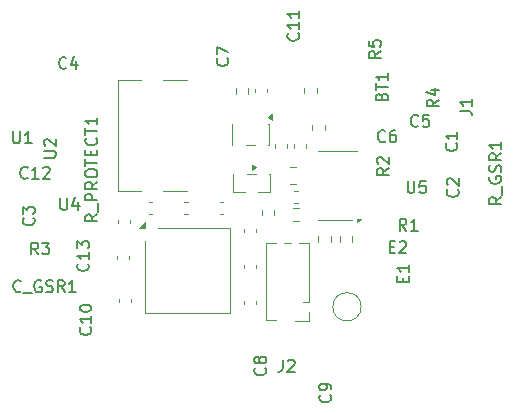
<source format=gto>
%TF.GenerationSoftware,KiCad,Pcbnew,9.0.6*%
%TF.CreationDate,2025-12-11T17:35:40-05:00*%
%TF.ProjectId,Flex Ring,466c6578-2052-4696-9e67-2e6b69636164,rev?*%
%TF.SameCoordinates,Original*%
%TF.FileFunction,Legend,Top*%
%TF.FilePolarity,Positive*%
%FSLAX46Y46*%
G04 Gerber Fmt 4.6, Leading zero omitted, Abs format (unit mm)*
G04 Created by KiCad (PCBNEW 9.0.6) date 2025-12-11 17:35:40*
%MOMM*%
%LPD*%
G01*
G04 APERTURE LIST*
%ADD10C,0.150000*%
%ADD11C,0.120000*%
G04 APERTURE END LIST*
D10*
X169559580Y-40942857D02*
X169607200Y-40990476D01*
X169607200Y-40990476D02*
X169654819Y-41133333D01*
X169654819Y-41133333D02*
X169654819Y-41228571D01*
X169654819Y-41228571D02*
X169607200Y-41371428D01*
X169607200Y-41371428D02*
X169511961Y-41466666D01*
X169511961Y-41466666D02*
X169416723Y-41514285D01*
X169416723Y-41514285D02*
X169226247Y-41561904D01*
X169226247Y-41561904D02*
X169083390Y-41561904D01*
X169083390Y-41561904D02*
X168892914Y-41514285D01*
X168892914Y-41514285D02*
X168797676Y-41466666D01*
X168797676Y-41466666D02*
X168702438Y-41371428D01*
X168702438Y-41371428D02*
X168654819Y-41228571D01*
X168654819Y-41228571D02*
X168654819Y-41133333D01*
X168654819Y-41133333D02*
X168702438Y-40990476D01*
X168702438Y-40990476D02*
X168750057Y-40942857D01*
X169654819Y-39990476D02*
X169654819Y-40561904D01*
X169654819Y-40276190D02*
X168654819Y-40276190D01*
X168654819Y-40276190D02*
X168797676Y-40371428D01*
X168797676Y-40371428D02*
X168892914Y-40466666D01*
X168892914Y-40466666D02*
X168940533Y-40561904D01*
X168654819Y-39371428D02*
X168654819Y-39276190D01*
X168654819Y-39276190D02*
X168702438Y-39180952D01*
X168702438Y-39180952D02*
X168750057Y-39133333D01*
X168750057Y-39133333D02*
X168845295Y-39085714D01*
X168845295Y-39085714D02*
X169035771Y-39038095D01*
X169035771Y-39038095D02*
X169273866Y-39038095D01*
X169273866Y-39038095D02*
X169464342Y-39085714D01*
X169464342Y-39085714D02*
X169559580Y-39133333D01*
X169559580Y-39133333D02*
X169607200Y-39180952D01*
X169607200Y-39180952D02*
X169654819Y-39276190D01*
X169654819Y-39276190D02*
X169654819Y-39371428D01*
X169654819Y-39371428D02*
X169607200Y-39466666D01*
X169607200Y-39466666D02*
X169559580Y-39514285D01*
X169559580Y-39514285D02*
X169464342Y-39561904D01*
X169464342Y-39561904D02*
X169273866Y-39609523D01*
X169273866Y-39609523D02*
X169035771Y-39609523D01*
X169035771Y-39609523D02*
X168845295Y-39561904D01*
X168845295Y-39561904D02*
X168750057Y-39514285D01*
X168750057Y-39514285D02*
X168702438Y-39466666D01*
X168702438Y-39466666D02*
X168654819Y-39371428D01*
X167038095Y-29992319D02*
X167038095Y-30801842D01*
X167038095Y-30801842D02*
X167085714Y-30897080D01*
X167085714Y-30897080D02*
X167133333Y-30944700D01*
X167133333Y-30944700D02*
X167228571Y-30992319D01*
X167228571Y-30992319D02*
X167419047Y-30992319D01*
X167419047Y-30992319D02*
X167514285Y-30944700D01*
X167514285Y-30944700D02*
X167561904Y-30897080D01*
X167561904Y-30897080D02*
X167609523Y-30801842D01*
X167609523Y-30801842D02*
X167609523Y-29992319D01*
X168514285Y-30325652D02*
X168514285Y-30992319D01*
X168276190Y-29944700D02*
X168038095Y-30658985D01*
X168038095Y-30658985D02*
X168657142Y-30658985D01*
X194231009Y-21385714D02*
X194278628Y-21242857D01*
X194278628Y-21242857D02*
X194326247Y-21195238D01*
X194326247Y-21195238D02*
X194421485Y-21147619D01*
X194421485Y-21147619D02*
X194564342Y-21147619D01*
X194564342Y-21147619D02*
X194659580Y-21195238D01*
X194659580Y-21195238D02*
X194707200Y-21242857D01*
X194707200Y-21242857D02*
X194754819Y-21338095D01*
X194754819Y-21338095D02*
X194754819Y-21719047D01*
X194754819Y-21719047D02*
X193754819Y-21719047D01*
X193754819Y-21719047D02*
X193754819Y-21385714D01*
X193754819Y-21385714D02*
X193802438Y-21290476D01*
X193802438Y-21290476D02*
X193850057Y-21242857D01*
X193850057Y-21242857D02*
X193945295Y-21195238D01*
X193945295Y-21195238D02*
X194040533Y-21195238D01*
X194040533Y-21195238D02*
X194135771Y-21242857D01*
X194135771Y-21242857D02*
X194183390Y-21290476D01*
X194183390Y-21290476D02*
X194231009Y-21385714D01*
X194231009Y-21385714D02*
X194231009Y-21719047D01*
X193754819Y-20861904D02*
X193754819Y-20290476D01*
X194754819Y-20576190D02*
X193754819Y-20576190D01*
X194754819Y-19433333D02*
X194754819Y-20004761D01*
X194754819Y-19719047D02*
X193754819Y-19719047D01*
X193754819Y-19719047D02*
X193897676Y-19814285D01*
X193897676Y-19814285D02*
X193992914Y-19909523D01*
X193992914Y-19909523D02*
X194040533Y-20004761D01*
X200559580Y-25366666D02*
X200607200Y-25414285D01*
X200607200Y-25414285D02*
X200654819Y-25557142D01*
X200654819Y-25557142D02*
X200654819Y-25652380D01*
X200654819Y-25652380D02*
X200607200Y-25795237D01*
X200607200Y-25795237D02*
X200511961Y-25890475D01*
X200511961Y-25890475D02*
X200416723Y-25938094D01*
X200416723Y-25938094D02*
X200226247Y-25985713D01*
X200226247Y-25985713D02*
X200083390Y-25985713D01*
X200083390Y-25985713D02*
X199892914Y-25938094D01*
X199892914Y-25938094D02*
X199797676Y-25890475D01*
X199797676Y-25890475D02*
X199702438Y-25795237D01*
X199702438Y-25795237D02*
X199654819Y-25652380D01*
X199654819Y-25652380D02*
X199654819Y-25557142D01*
X199654819Y-25557142D02*
X199702438Y-25414285D01*
X199702438Y-25414285D02*
X199750057Y-25366666D01*
X200654819Y-24414285D02*
X200654819Y-24985713D01*
X200654819Y-24699999D02*
X199654819Y-24699999D01*
X199654819Y-24699999D02*
X199797676Y-24795237D01*
X199797676Y-24795237D02*
X199892914Y-24890475D01*
X199892914Y-24890475D02*
X199940533Y-24985713D01*
X200864819Y-22613333D02*
X201579104Y-22613333D01*
X201579104Y-22613333D02*
X201721961Y-22660952D01*
X201721961Y-22660952D02*
X201817200Y-22756190D01*
X201817200Y-22756190D02*
X201864819Y-22899047D01*
X201864819Y-22899047D02*
X201864819Y-22994285D01*
X201864819Y-21613333D02*
X201864819Y-22184761D01*
X201864819Y-21899047D02*
X200864819Y-21899047D01*
X200864819Y-21899047D02*
X201007676Y-21994285D01*
X201007676Y-21994285D02*
X201102914Y-22089523D01*
X201102914Y-22089523D02*
X201150533Y-22184761D01*
X163038095Y-24354819D02*
X163038095Y-25164342D01*
X163038095Y-25164342D02*
X163085714Y-25259580D01*
X163085714Y-25259580D02*
X163133333Y-25307200D01*
X163133333Y-25307200D02*
X163228571Y-25354819D01*
X163228571Y-25354819D02*
X163419047Y-25354819D01*
X163419047Y-25354819D02*
X163514285Y-25307200D01*
X163514285Y-25307200D02*
X163561904Y-25259580D01*
X163561904Y-25259580D02*
X163609523Y-25164342D01*
X163609523Y-25164342D02*
X163609523Y-24354819D01*
X164609523Y-25354819D02*
X164038095Y-25354819D01*
X164323809Y-25354819D02*
X164323809Y-24354819D01*
X164323809Y-24354819D02*
X164228571Y-24497676D01*
X164228571Y-24497676D02*
X164133333Y-24592914D01*
X164133333Y-24592914D02*
X164038095Y-24640533D01*
X165654819Y-26561904D02*
X166464342Y-26561904D01*
X166464342Y-26561904D02*
X166559580Y-26514285D01*
X166559580Y-26514285D02*
X166607200Y-26466666D01*
X166607200Y-26466666D02*
X166654819Y-26371428D01*
X166654819Y-26371428D02*
X166654819Y-26180952D01*
X166654819Y-26180952D02*
X166607200Y-26085714D01*
X166607200Y-26085714D02*
X166559580Y-26038095D01*
X166559580Y-26038095D02*
X166464342Y-25990476D01*
X166464342Y-25990476D02*
X165654819Y-25990476D01*
X165750057Y-25561904D02*
X165702438Y-25514285D01*
X165702438Y-25514285D02*
X165654819Y-25419047D01*
X165654819Y-25419047D02*
X165654819Y-25180952D01*
X165654819Y-25180952D02*
X165702438Y-25085714D01*
X165702438Y-25085714D02*
X165750057Y-25038095D01*
X165750057Y-25038095D02*
X165845295Y-24990476D01*
X165845295Y-24990476D02*
X165940533Y-24990476D01*
X165940533Y-24990476D02*
X166083390Y-25038095D01*
X166083390Y-25038095D02*
X166654819Y-25609523D01*
X166654819Y-25609523D02*
X166654819Y-24990476D01*
X196031009Y-37090475D02*
X196031009Y-36757142D01*
X196554819Y-36614285D02*
X196554819Y-37090475D01*
X196554819Y-37090475D02*
X195554819Y-37090475D01*
X195554819Y-37090475D02*
X195554819Y-36614285D01*
X196554819Y-35661904D02*
X196554819Y-36233332D01*
X196554819Y-35947618D02*
X195554819Y-35947618D01*
X195554819Y-35947618D02*
X195697676Y-36042856D01*
X195697676Y-36042856D02*
X195792914Y-36138094D01*
X195792914Y-36138094D02*
X195840533Y-36233332D01*
X194909524Y-34131009D02*
X195242857Y-34131009D01*
X195385714Y-34654819D02*
X194909524Y-34654819D01*
X194909524Y-34654819D02*
X194909524Y-33654819D01*
X194909524Y-33654819D02*
X195385714Y-33654819D01*
X195766667Y-33750057D02*
X195814286Y-33702438D01*
X195814286Y-33702438D02*
X195909524Y-33654819D01*
X195909524Y-33654819D02*
X196147619Y-33654819D01*
X196147619Y-33654819D02*
X196242857Y-33702438D01*
X196242857Y-33702438D02*
X196290476Y-33750057D01*
X196290476Y-33750057D02*
X196338095Y-33845295D01*
X196338095Y-33845295D02*
X196338095Y-33940533D01*
X196338095Y-33940533D02*
X196290476Y-34083390D01*
X196290476Y-34083390D02*
X195719048Y-34654819D01*
X195719048Y-34654819D02*
X196338095Y-34654819D01*
X164257142Y-28259580D02*
X164209523Y-28307200D01*
X164209523Y-28307200D02*
X164066666Y-28354819D01*
X164066666Y-28354819D02*
X163971428Y-28354819D01*
X163971428Y-28354819D02*
X163828571Y-28307200D01*
X163828571Y-28307200D02*
X163733333Y-28211961D01*
X163733333Y-28211961D02*
X163685714Y-28116723D01*
X163685714Y-28116723D02*
X163638095Y-27926247D01*
X163638095Y-27926247D02*
X163638095Y-27783390D01*
X163638095Y-27783390D02*
X163685714Y-27592914D01*
X163685714Y-27592914D02*
X163733333Y-27497676D01*
X163733333Y-27497676D02*
X163828571Y-27402438D01*
X163828571Y-27402438D02*
X163971428Y-27354819D01*
X163971428Y-27354819D02*
X164066666Y-27354819D01*
X164066666Y-27354819D02*
X164209523Y-27402438D01*
X164209523Y-27402438D02*
X164257142Y-27450057D01*
X165209523Y-28354819D02*
X164638095Y-28354819D01*
X164923809Y-28354819D02*
X164923809Y-27354819D01*
X164923809Y-27354819D02*
X164828571Y-27497676D01*
X164828571Y-27497676D02*
X164733333Y-27592914D01*
X164733333Y-27592914D02*
X164638095Y-27640533D01*
X165590476Y-27450057D02*
X165638095Y-27402438D01*
X165638095Y-27402438D02*
X165733333Y-27354819D01*
X165733333Y-27354819D02*
X165971428Y-27354819D01*
X165971428Y-27354819D02*
X166066666Y-27402438D01*
X166066666Y-27402438D02*
X166114285Y-27450057D01*
X166114285Y-27450057D02*
X166161904Y-27545295D01*
X166161904Y-27545295D02*
X166161904Y-27640533D01*
X166161904Y-27640533D02*
X166114285Y-27783390D01*
X166114285Y-27783390D02*
X165542857Y-28354819D01*
X165542857Y-28354819D02*
X166161904Y-28354819D01*
X197333333Y-23859580D02*
X197285714Y-23907200D01*
X197285714Y-23907200D02*
X197142857Y-23954819D01*
X197142857Y-23954819D02*
X197047619Y-23954819D01*
X197047619Y-23954819D02*
X196904762Y-23907200D01*
X196904762Y-23907200D02*
X196809524Y-23811961D01*
X196809524Y-23811961D02*
X196761905Y-23716723D01*
X196761905Y-23716723D02*
X196714286Y-23526247D01*
X196714286Y-23526247D02*
X196714286Y-23383390D01*
X196714286Y-23383390D02*
X196761905Y-23192914D01*
X196761905Y-23192914D02*
X196809524Y-23097676D01*
X196809524Y-23097676D02*
X196904762Y-23002438D01*
X196904762Y-23002438D02*
X197047619Y-22954819D01*
X197047619Y-22954819D02*
X197142857Y-22954819D01*
X197142857Y-22954819D02*
X197285714Y-23002438D01*
X197285714Y-23002438D02*
X197333333Y-23050057D01*
X198238095Y-22954819D02*
X197761905Y-22954819D01*
X197761905Y-22954819D02*
X197714286Y-23431009D01*
X197714286Y-23431009D02*
X197761905Y-23383390D01*
X197761905Y-23383390D02*
X197857143Y-23335771D01*
X197857143Y-23335771D02*
X198095238Y-23335771D01*
X198095238Y-23335771D02*
X198190476Y-23383390D01*
X198190476Y-23383390D02*
X198238095Y-23431009D01*
X198238095Y-23431009D02*
X198285714Y-23526247D01*
X198285714Y-23526247D02*
X198285714Y-23764342D01*
X198285714Y-23764342D02*
X198238095Y-23859580D01*
X198238095Y-23859580D02*
X198190476Y-23907200D01*
X198190476Y-23907200D02*
X198095238Y-23954819D01*
X198095238Y-23954819D02*
X197857143Y-23954819D01*
X197857143Y-23954819D02*
X197761905Y-23907200D01*
X197761905Y-23907200D02*
X197714286Y-23859580D01*
X194533333Y-25159580D02*
X194485714Y-25207200D01*
X194485714Y-25207200D02*
X194342857Y-25254819D01*
X194342857Y-25254819D02*
X194247619Y-25254819D01*
X194247619Y-25254819D02*
X194104762Y-25207200D01*
X194104762Y-25207200D02*
X194009524Y-25111961D01*
X194009524Y-25111961D02*
X193961905Y-25016723D01*
X193961905Y-25016723D02*
X193914286Y-24826247D01*
X193914286Y-24826247D02*
X193914286Y-24683390D01*
X193914286Y-24683390D02*
X193961905Y-24492914D01*
X193961905Y-24492914D02*
X194009524Y-24397676D01*
X194009524Y-24397676D02*
X194104762Y-24302438D01*
X194104762Y-24302438D02*
X194247619Y-24254819D01*
X194247619Y-24254819D02*
X194342857Y-24254819D01*
X194342857Y-24254819D02*
X194485714Y-24302438D01*
X194485714Y-24302438D02*
X194533333Y-24350057D01*
X195390476Y-24254819D02*
X195200000Y-24254819D01*
X195200000Y-24254819D02*
X195104762Y-24302438D01*
X195104762Y-24302438D02*
X195057143Y-24350057D01*
X195057143Y-24350057D02*
X194961905Y-24492914D01*
X194961905Y-24492914D02*
X194914286Y-24683390D01*
X194914286Y-24683390D02*
X194914286Y-25064342D01*
X194914286Y-25064342D02*
X194961905Y-25159580D01*
X194961905Y-25159580D02*
X195009524Y-25207200D01*
X195009524Y-25207200D02*
X195104762Y-25254819D01*
X195104762Y-25254819D02*
X195295238Y-25254819D01*
X195295238Y-25254819D02*
X195390476Y-25207200D01*
X195390476Y-25207200D02*
X195438095Y-25159580D01*
X195438095Y-25159580D02*
X195485714Y-25064342D01*
X195485714Y-25064342D02*
X195485714Y-24826247D01*
X195485714Y-24826247D02*
X195438095Y-24731009D01*
X195438095Y-24731009D02*
X195390476Y-24683390D01*
X195390476Y-24683390D02*
X195295238Y-24635771D01*
X195295238Y-24635771D02*
X195104762Y-24635771D01*
X195104762Y-24635771D02*
X195009524Y-24683390D01*
X195009524Y-24683390D02*
X194961905Y-24731009D01*
X194961905Y-24731009D02*
X194914286Y-24826247D01*
X196438095Y-28554819D02*
X196438095Y-29364342D01*
X196438095Y-29364342D02*
X196485714Y-29459580D01*
X196485714Y-29459580D02*
X196533333Y-29507200D01*
X196533333Y-29507200D02*
X196628571Y-29554819D01*
X196628571Y-29554819D02*
X196819047Y-29554819D01*
X196819047Y-29554819D02*
X196914285Y-29507200D01*
X196914285Y-29507200D02*
X196961904Y-29459580D01*
X196961904Y-29459580D02*
X197009523Y-29364342D01*
X197009523Y-29364342D02*
X197009523Y-28554819D01*
X197961904Y-28554819D02*
X197485714Y-28554819D01*
X197485714Y-28554819D02*
X197438095Y-29031009D01*
X197438095Y-29031009D02*
X197485714Y-28983390D01*
X197485714Y-28983390D02*
X197580952Y-28935771D01*
X197580952Y-28935771D02*
X197819047Y-28935771D01*
X197819047Y-28935771D02*
X197914285Y-28983390D01*
X197914285Y-28983390D02*
X197961904Y-29031009D01*
X197961904Y-29031009D02*
X198009523Y-29126247D01*
X198009523Y-29126247D02*
X198009523Y-29364342D01*
X198009523Y-29364342D02*
X197961904Y-29459580D01*
X197961904Y-29459580D02*
X197914285Y-29507200D01*
X197914285Y-29507200D02*
X197819047Y-29554819D01*
X197819047Y-29554819D02*
X197580952Y-29554819D01*
X197580952Y-29554819D02*
X197485714Y-29507200D01*
X197485714Y-29507200D02*
X197438095Y-29459580D01*
X165158333Y-34772319D02*
X164825000Y-34296128D01*
X164586905Y-34772319D02*
X164586905Y-33772319D01*
X164586905Y-33772319D02*
X164967857Y-33772319D01*
X164967857Y-33772319D02*
X165063095Y-33819938D01*
X165063095Y-33819938D02*
X165110714Y-33867557D01*
X165110714Y-33867557D02*
X165158333Y-33962795D01*
X165158333Y-33962795D02*
X165158333Y-34105652D01*
X165158333Y-34105652D02*
X165110714Y-34200890D01*
X165110714Y-34200890D02*
X165063095Y-34248509D01*
X165063095Y-34248509D02*
X164967857Y-34296128D01*
X164967857Y-34296128D02*
X164586905Y-34296128D01*
X165491667Y-33772319D02*
X166110714Y-33772319D01*
X166110714Y-33772319D02*
X165777381Y-34153271D01*
X165777381Y-34153271D02*
X165920238Y-34153271D01*
X165920238Y-34153271D02*
X166015476Y-34200890D01*
X166015476Y-34200890D02*
X166063095Y-34248509D01*
X166063095Y-34248509D02*
X166110714Y-34343747D01*
X166110714Y-34343747D02*
X166110714Y-34581842D01*
X166110714Y-34581842D02*
X166063095Y-34677080D01*
X166063095Y-34677080D02*
X166015476Y-34724700D01*
X166015476Y-34724700D02*
X165920238Y-34772319D01*
X165920238Y-34772319D02*
X165634524Y-34772319D01*
X165634524Y-34772319D02*
X165539286Y-34724700D01*
X165539286Y-34724700D02*
X165491667Y-34677080D01*
X170154819Y-31385714D02*
X169678628Y-31719047D01*
X170154819Y-31957142D02*
X169154819Y-31957142D01*
X169154819Y-31957142D02*
X169154819Y-31576190D01*
X169154819Y-31576190D02*
X169202438Y-31480952D01*
X169202438Y-31480952D02*
X169250057Y-31433333D01*
X169250057Y-31433333D02*
X169345295Y-31385714D01*
X169345295Y-31385714D02*
X169488152Y-31385714D01*
X169488152Y-31385714D02*
X169583390Y-31433333D01*
X169583390Y-31433333D02*
X169631009Y-31480952D01*
X169631009Y-31480952D02*
X169678628Y-31576190D01*
X169678628Y-31576190D02*
X169678628Y-31957142D01*
X170250057Y-31195238D02*
X170250057Y-30433333D01*
X170154819Y-30195237D02*
X169154819Y-30195237D01*
X169154819Y-30195237D02*
X169154819Y-29814285D01*
X169154819Y-29814285D02*
X169202438Y-29719047D01*
X169202438Y-29719047D02*
X169250057Y-29671428D01*
X169250057Y-29671428D02*
X169345295Y-29623809D01*
X169345295Y-29623809D02*
X169488152Y-29623809D01*
X169488152Y-29623809D02*
X169583390Y-29671428D01*
X169583390Y-29671428D02*
X169631009Y-29719047D01*
X169631009Y-29719047D02*
X169678628Y-29814285D01*
X169678628Y-29814285D02*
X169678628Y-30195237D01*
X170154819Y-28623809D02*
X169678628Y-28957142D01*
X170154819Y-29195237D02*
X169154819Y-29195237D01*
X169154819Y-29195237D02*
X169154819Y-28814285D01*
X169154819Y-28814285D02*
X169202438Y-28719047D01*
X169202438Y-28719047D02*
X169250057Y-28671428D01*
X169250057Y-28671428D02*
X169345295Y-28623809D01*
X169345295Y-28623809D02*
X169488152Y-28623809D01*
X169488152Y-28623809D02*
X169583390Y-28671428D01*
X169583390Y-28671428D02*
X169631009Y-28719047D01*
X169631009Y-28719047D02*
X169678628Y-28814285D01*
X169678628Y-28814285D02*
X169678628Y-29195237D01*
X169154819Y-28004761D02*
X169154819Y-27814285D01*
X169154819Y-27814285D02*
X169202438Y-27719047D01*
X169202438Y-27719047D02*
X169297676Y-27623809D01*
X169297676Y-27623809D02*
X169488152Y-27576190D01*
X169488152Y-27576190D02*
X169821485Y-27576190D01*
X169821485Y-27576190D02*
X170011961Y-27623809D01*
X170011961Y-27623809D02*
X170107200Y-27719047D01*
X170107200Y-27719047D02*
X170154819Y-27814285D01*
X170154819Y-27814285D02*
X170154819Y-28004761D01*
X170154819Y-28004761D02*
X170107200Y-28099999D01*
X170107200Y-28099999D02*
X170011961Y-28195237D01*
X170011961Y-28195237D02*
X169821485Y-28242856D01*
X169821485Y-28242856D02*
X169488152Y-28242856D01*
X169488152Y-28242856D02*
X169297676Y-28195237D01*
X169297676Y-28195237D02*
X169202438Y-28099999D01*
X169202438Y-28099999D02*
X169154819Y-28004761D01*
X169154819Y-27290475D02*
X169154819Y-26719047D01*
X170154819Y-27004761D02*
X169154819Y-27004761D01*
X169631009Y-26385713D02*
X169631009Y-26052380D01*
X170154819Y-25909523D02*
X170154819Y-26385713D01*
X170154819Y-26385713D02*
X169154819Y-26385713D01*
X169154819Y-26385713D02*
X169154819Y-25909523D01*
X170059580Y-24909523D02*
X170107200Y-24957142D01*
X170107200Y-24957142D02*
X170154819Y-25099999D01*
X170154819Y-25099999D02*
X170154819Y-25195237D01*
X170154819Y-25195237D02*
X170107200Y-25338094D01*
X170107200Y-25338094D02*
X170011961Y-25433332D01*
X170011961Y-25433332D02*
X169916723Y-25480951D01*
X169916723Y-25480951D02*
X169726247Y-25528570D01*
X169726247Y-25528570D02*
X169583390Y-25528570D01*
X169583390Y-25528570D02*
X169392914Y-25480951D01*
X169392914Y-25480951D02*
X169297676Y-25433332D01*
X169297676Y-25433332D02*
X169202438Y-25338094D01*
X169202438Y-25338094D02*
X169154819Y-25195237D01*
X169154819Y-25195237D02*
X169154819Y-25099999D01*
X169154819Y-25099999D02*
X169202438Y-24957142D01*
X169202438Y-24957142D02*
X169250057Y-24909523D01*
X169154819Y-24623808D02*
X169154819Y-24052380D01*
X170154819Y-24338094D02*
X169154819Y-24338094D01*
X170154819Y-23195237D02*
X170154819Y-23766665D01*
X170154819Y-23480951D02*
X169154819Y-23480951D01*
X169154819Y-23480951D02*
X169297676Y-23576189D01*
X169297676Y-23576189D02*
X169392914Y-23671427D01*
X169392914Y-23671427D02*
X169440533Y-23766665D01*
X204354819Y-29923809D02*
X203878628Y-30257142D01*
X204354819Y-30495237D02*
X203354819Y-30495237D01*
X203354819Y-30495237D02*
X203354819Y-30114285D01*
X203354819Y-30114285D02*
X203402438Y-30019047D01*
X203402438Y-30019047D02*
X203450057Y-29971428D01*
X203450057Y-29971428D02*
X203545295Y-29923809D01*
X203545295Y-29923809D02*
X203688152Y-29923809D01*
X203688152Y-29923809D02*
X203783390Y-29971428D01*
X203783390Y-29971428D02*
X203831009Y-30019047D01*
X203831009Y-30019047D02*
X203878628Y-30114285D01*
X203878628Y-30114285D02*
X203878628Y-30495237D01*
X204450057Y-29733333D02*
X204450057Y-28971428D01*
X203402438Y-28209523D02*
X203354819Y-28304761D01*
X203354819Y-28304761D02*
X203354819Y-28447618D01*
X203354819Y-28447618D02*
X203402438Y-28590475D01*
X203402438Y-28590475D02*
X203497676Y-28685713D01*
X203497676Y-28685713D02*
X203592914Y-28733332D01*
X203592914Y-28733332D02*
X203783390Y-28780951D01*
X203783390Y-28780951D02*
X203926247Y-28780951D01*
X203926247Y-28780951D02*
X204116723Y-28733332D01*
X204116723Y-28733332D02*
X204211961Y-28685713D01*
X204211961Y-28685713D02*
X204307200Y-28590475D01*
X204307200Y-28590475D02*
X204354819Y-28447618D01*
X204354819Y-28447618D02*
X204354819Y-28352380D01*
X204354819Y-28352380D02*
X204307200Y-28209523D01*
X204307200Y-28209523D02*
X204259580Y-28161904D01*
X204259580Y-28161904D02*
X203926247Y-28161904D01*
X203926247Y-28161904D02*
X203926247Y-28352380D01*
X204307200Y-27780951D02*
X204354819Y-27638094D01*
X204354819Y-27638094D02*
X204354819Y-27399999D01*
X204354819Y-27399999D02*
X204307200Y-27304761D01*
X204307200Y-27304761D02*
X204259580Y-27257142D01*
X204259580Y-27257142D02*
X204164342Y-27209523D01*
X204164342Y-27209523D02*
X204069104Y-27209523D01*
X204069104Y-27209523D02*
X203973866Y-27257142D01*
X203973866Y-27257142D02*
X203926247Y-27304761D01*
X203926247Y-27304761D02*
X203878628Y-27399999D01*
X203878628Y-27399999D02*
X203831009Y-27590475D01*
X203831009Y-27590475D02*
X203783390Y-27685713D01*
X203783390Y-27685713D02*
X203735771Y-27733332D01*
X203735771Y-27733332D02*
X203640533Y-27780951D01*
X203640533Y-27780951D02*
X203545295Y-27780951D01*
X203545295Y-27780951D02*
X203450057Y-27733332D01*
X203450057Y-27733332D02*
X203402438Y-27685713D01*
X203402438Y-27685713D02*
X203354819Y-27590475D01*
X203354819Y-27590475D02*
X203354819Y-27352380D01*
X203354819Y-27352380D02*
X203402438Y-27209523D01*
X204354819Y-26209523D02*
X203878628Y-26542856D01*
X204354819Y-26780951D02*
X203354819Y-26780951D01*
X203354819Y-26780951D02*
X203354819Y-26399999D01*
X203354819Y-26399999D02*
X203402438Y-26304761D01*
X203402438Y-26304761D02*
X203450057Y-26257142D01*
X203450057Y-26257142D02*
X203545295Y-26209523D01*
X203545295Y-26209523D02*
X203688152Y-26209523D01*
X203688152Y-26209523D02*
X203783390Y-26257142D01*
X203783390Y-26257142D02*
X203831009Y-26304761D01*
X203831009Y-26304761D02*
X203878628Y-26399999D01*
X203878628Y-26399999D02*
X203878628Y-26780951D01*
X204354819Y-25257142D02*
X204354819Y-25828570D01*
X204354819Y-25542856D02*
X203354819Y-25542856D01*
X203354819Y-25542856D02*
X203497676Y-25638094D01*
X203497676Y-25638094D02*
X203592914Y-25733332D01*
X203592914Y-25733332D02*
X203640533Y-25828570D01*
X163676190Y-37859580D02*
X163628571Y-37907200D01*
X163628571Y-37907200D02*
X163485714Y-37954819D01*
X163485714Y-37954819D02*
X163390476Y-37954819D01*
X163390476Y-37954819D02*
X163247619Y-37907200D01*
X163247619Y-37907200D02*
X163152381Y-37811961D01*
X163152381Y-37811961D02*
X163104762Y-37716723D01*
X163104762Y-37716723D02*
X163057143Y-37526247D01*
X163057143Y-37526247D02*
X163057143Y-37383390D01*
X163057143Y-37383390D02*
X163104762Y-37192914D01*
X163104762Y-37192914D02*
X163152381Y-37097676D01*
X163152381Y-37097676D02*
X163247619Y-37002438D01*
X163247619Y-37002438D02*
X163390476Y-36954819D01*
X163390476Y-36954819D02*
X163485714Y-36954819D01*
X163485714Y-36954819D02*
X163628571Y-37002438D01*
X163628571Y-37002438D02*
X163676190Y-37050057D01*
X163866667Y-38050057D02*
X164628571Y-38050057D01*
X165390476Y-37002438D02*
X165295238Y-36954819D01*
X165295238Y-36954819D02*
X165152381Y-36954819D01*
X165152381Y-36954819D02*
X165009524Y-37002438D01*
X165009524Y-37002438D02*
X164914286Y-37097676D01*
X164914286Y-37097676D02*
X164866667Y-37192914D01*
X164866667Y-37192914D02*
X164819048Y-37383390D01*
X164819048Y-37383390D02*
X164819048Y-37526247D01*
X164819048Y-37526247D02*
X164866667Y-37716723D01*
X164866667Y-37716723D02*
X164914286Y-37811961D01*
X164914286Y-37811961D02*
X165009524Y-37907200D01*
X165009524Y-37907200D02*
X165152381Y-37954819D01*
X165152381Y-37954819D02*
X165247619Y-37954819D01*
X165247619Y-37954819D02*
X165390476Y-37907200D01*
X165390476Y-37907200D02*
X165438095Y-37859580D01*
X165438095Y-37859580D02*
X165438095Y-37526247D01*
X165438095Y-37526247D02*
X165247619Y-37526247D01*
X165819048Y-37907200D02*
X165961905Y-37954819D01*
X165961905Y-37954819D02*
X166200000Y-37954819D01*
X166200000Y-37954819D02*
X166295238Y-37907200D01*
X166295238Y-37907200D02*
X166342857Y-37859580D01*
X166342857Y-37859580D02*
X166390476Y-37764342D01*
X166390476Y-37764342D02*
X166390476Y-37669104D01*
X166390476Y-37669104D02*
X166342857Y-37573866D01*
X166342857Y-37573866D02*
X166295238Y-37526247D01*
X166295238Y-37526247D02*
X166200000Y-37478628D01*
X166200000Y-37478628D02*
X166009524Y-37431009D01*
X166009524Y-37431009D02*
X165914286Y-37383390D01*
X165914286Y-37383390D02*
X165866667Y-37335771D01*
X165866667Y-37335771D02*
X165819048Y-37240533D01*
X165819048Y-37240533D02*
X165819048Y-37145295D01*
X165819048Y-37145295D02*
X165866667Y-37050057D01*
X165866667Y-37050057D02*
X165914286Y-37002438D01*
X165914286Y-37002438D02*
X166009524Y-36954819D01*
X166009524Y-36954819D02*
X166247619Y-36954819D01*
X166247619Y-36954819D02*
X166390476Y-37002438D01*
X167390476Y-37954819D02*
X167057143Y-37478628D01*
X166819048Y-37954819D02*
X166819048Y-36954819D01*
X166819048Y-36954819D02*
X167200000Y-36954819D01*
X167200000Y-36954819D02*
X167295238Y-37002438D01*
X167295238Y-37002438D02*
X167342857Y-37050057D01*
X167342857Y-37050057D02*
X167390476Y-37145295D01*
X167390476Y-37145295D02*
X167390476Y-37288152D01*
X167390476Y-37288152D02*
X167342857Y-37383390D01*
X167342857Y-37383390D02*
X167295238Y-37431009D01*
X167295238Y-37431009D02*
X167200000Y-37478628D01*
X167200000Y-37478628D02*
X166819048Y-37478628D01*
X168342857Y-37954819D02*
X167771429Y-37954819D01*
X168057143Y-37954819D02*
X168057143Y-36954819D01*
X168057143Y-36954819D02*
X167961905Y-37097676D01*
X167961905Y-37097676D02*
X167866667Y-37192914D01*
X167866667Y-37192914D02*
X167771429Y-37240533D01*
X194154819Y-17566666D02*
X193678628Y-17899999D01*
X194154819Y-18138094D02*
X193154819Y-18138094D01*
X193154819Y-18138094D02*
X193154819Y-17757142D01*
X193154819Y-17757142D02*
X193202438Y-17661904D01*
X193202438Y-17661904D02*
X193250057Y-17614285D01*
X193250057Y-17614285D02*
X193345295Y-17566666D01*
X193345295Y-17566666D02*
X193488152Y-17566666D01*
X193488152Y-17566666D02*
X193583390Y-17614285D01*
X193583390Y-17614285D02*
X193631009Y-17661904D01*
X193631009Y-17661904D02*
X193678628Y-17757142D01*
X193678628Y-17757142D02*
X193678628Y-18138094D01*
X193154819Y-16661904D02*
X193154819Y-17138094D01*
X193154819Y-17138094D02*
X193631009Y-17185713D01*
X193631009Y-17185713D02*
X193583390Y-17138094D01*
X193583390Y-17138094D02*
X193535771Y-17042856D01*
X193535771Y-17042856D02*
X193535771Y-16804761D01*
X193535771Y-16804761D02*
X193583390Y-16709523D01*
X193583390Y-16709523D02*
X193631009Y-16661904D01*
X193631009Y-16661904D02*
X193726247Y-16614285D01*
X193726247Y-16614285D02*
X193964342Y-16614285D01*
X193964342Y-16614285D02*
X194059580Y-16661904D01*
X194059580Y-16661904D02*
X194107200Y-16709523D01*
X194107200Y-16709523D02*
X194154819Y-16804761D01*
X194154819Y-16804761D02*
X194154819Y-17042856D01*
X194154819Y-17042856D02*
X194107200Y-17138094D01*
X194107200Y-17138094D02*
X194059580Y-17185713D01*
X199054819Y-21666666D02*
X198578628Y-21999999D01*
X199054819Y-22238094D02*
X198054819Y-22238094D01*
X198054819Y-22238094D02*
X198054819Y-21857142D01*
X198054819Y-21857142D02*
X198102438Y-21761904D01*
X198102438Y-21761904D02*
X198150057Y-21714285D01*
X198150057Y-21714285D02*
X198245295Y-21666666D01*
X198245295Y-21666666D02*
X198388152Y-21666666D01*
X198388152Y-21666666D02*
X198483390Y-21714285D01*
X198483390Y-21714285D02*
X198531009Y-21761904D01*
X198531009Y-21761904D02*
X198578628Y-21857142D01*
X198578628Y-21857142D02*
X198578628Y-22238094D01*
X198388152Y-20809523D02*
X199054819Y-20809523D01*
X198007200Y-21047618D02*
X198721485Y-21285713D01*
X198721485Y-21285713D02*
X198721485Y-20666666D01*
X194854819Y-27466666D02*
X194378628Y-27799999D01*
X194854819Y-28038094D02*
X193854819Y-28038094D01*
X193854819Y-28038094D02*
X193854819Y-27657142D01*
X193854819Y-27657142D02*
X193902438Y-27561904D01*
X193902438Y-27561904D02*
X193950057Y-27514285D01*
X193950057Y-27514285D02*
X194045295Y-27466666D01*
X194045295Y-27466666D02*
X194188152Y-27466666D01*
X194188152Y-27466666D02*
X194283390Y-27514285D01*
X194283390Y-27514285D02*
X194331009Y-27561904D01*
X194331009Y-27561904D02*
X194378628Y-27657142D01*
X194378628Y-27657142D02*
X194378628Y-28038094D01*
X193950057Y-27085713D02*
X193902438Y-27038094D01*
X193902438Y-27038094D02*
X193854819Y-26942856D01*
X193854819Y-26942856D02*
X193854819Y-26704761D01*
X193854819Y-26704761D02*
X193902438Y-26609523D01*
X193902438Y-26609523D02*
X193950057Y-26561904D01*
X193950057Y-26561904D02*
X194045295Y-26514285D01*
X194045295Y-26514285D02*
X194140533Y-26514285D01*
X194140533Y-26514285D02*
X194283390Y-26561904D01*
X194283390Y-26561904D02*
X194854819Y-27133332D01*
X194854819Y-27133332D02*
X194854819Y-26514285D01*
X196333333Y-32754819D02*
X196000000Y-32278628D01*
X195761905Y-32754819D02*
X195761905Y-31754819D01*
X195761905Y-31754819D02*
X196142857Y-31754819D01*
X196142857Y-31754819D02*
X196238095Y-31802438D01*
X196238095Y-31802438D02*
X196285714Y-31850057D01*
X196285714Y-31850057D02*
X196333333Y-31945295D01*
X196333333Y-31945295D02*
X196333333Y-32088152D01*
X196333333Y-32088152D02*
X196285714Y-32183390D01*
X196285714Y-32183390D02*
X196238095Y-32231009D01*
X196238095Y-32231009D02*
X196142857Y-32278628D01*
X196142857Y-32278628D02*
X195761905Y-32278628D01*
X197285714Y-32754819D02*
X196714286Y-32754819D01*
X197000000Y-32754819D02*
X197000000Y-31754819D01*
X197000000Y-31754819D02*
X196904762Y-31897676D01*
X196904762Y-31897676D02*
X196809524Y-31992914D01*
X196809524Y-31992914D02*
X196714286Y-32040533D01*
X185866666Y-43684819D02*
X185866666Y-44399104D01*
X185866666Y-44399104D02*
X185819047Y-44541961D01*
X185819047Y-44541961D02*
X185723809Y-44637200D01*
X185723809Y-44637200D02*
X185580952Y-44684819D01*
X185580952Y-44684819D02*
X185485714Y-44684819D01*
X186295238Y-43780057D02*
X186342857Y-43732438D01*
X186342857Y-43732438D02*
X186438095Y-43684819D01*
X186438095Y-43684819D02*
X186676190Y-43684819D01*
X186676190Y-43684819D02*
X186771428Y-43732438D01*
X186771428Y-43732438D02*
X186819047Y-43780057D01*
X186819047Y-43780057D02*
X186866666Y-43875295D01*
X186866666Y-43875295D02*
X186866666Y-43970533D01*
X186866666Y-43970533D02*
X186819047Y-44113390D01*
X186819047Y-44113390D02*
X186247619Y-44684819D01*
X186247619Y-44684819D02*
X186866666Y-44684819D01*
X169359580Y-35542857D02*
X169407200Y-35590476D01*
X169407200Y-35590476D02*
X169454819Y-35733333D01*
X169454819Y-35733333D02*
X169454819Y-35828571D01*
X169454819Y-35828571D02*
X169407200Y-35971428D01*
X169407200Y-35971428D02*
X169311961Y-36066666D01*
X169311961Y-36066666D02*
X169216723Y-36114285D01*
X169216723Y-36114285D02*
X169026247Y-36161904D01*
X169026247Y-36161904D02*
X168883390Y-36161904D01*
X168883390Y-36161904D02*
X168692914Y-36114285D01*
X168692914Y-36114285D02*
X168597676Y-36066666D01*
X168597676Y-36066666D02*
X168502438Y-35971428D01*
X168502438Y-35971428D02*
X168454819Y-35828571D01*
X168454819Y-35828571D02*
X168454819Y-35733333D01*
X168454819Y-35733333D02*
X168502438Y-35590476D01*
X168502438Y-35590476D02*
X168550057Y-35542857D01*
X169454819Y-34590476D02*
X169454819Y-35161904D01*
X169454819Y-34876190D02*
X168454819Y-34876190D01*
X168454819Y-34876190D02*
X168597676Y-34971428D01*
X168597676Y-34971428D02*
X168692914Y-35066666D01*
X168692914Y-35066666D02*
X168740533Y-35161904D01*
X168454819Y-34257142D02*
X168454819Y-33638095D01*
X168454819Y-33638095D02*
X168835771Y-33971428D01*
X168835771Y-33971428D02*
X168835771Y-33828571D01*
X168835771Y-33828571D02*
X168883390Y-33733333D01*
X168883390Y-33733333D02*
X168931009Y-33685714D01*
X168931009Y-33685714D02*
X169026247Y-33638095D01*
X169026247Y-33638095D02*
X169264342Y-33638095D01*
X169264342Y-33638095D02*
X169359580Y-33685714D01*
X169359580Y-33685714D02*
X169407200Y-33733333D01*
X169407200Y-33733333D02*
X169454819Y-33828571D01*
X169454819Y-33828571D02*
X169454819Y-34114285D01*
X169454819Y-34114285D02*
X169407200Y-34209523D01*
X169407200Y-34209523D02*
X169359580Y-34257142D01*
X187159580Y-16042857D02*
X187207200Y-16090476D01*
X187207200Y-16090476D02*
X187254819Y-16233333D01*
X187254819Y-16233333D02*
X187254819Y-16328571D01*
X187254819Y-16328571D02*
X187207200Y-16471428D01*
X187207200Y-16471428D02*
X187111961Y-16566666D01*
X187111961Y-16566666D02*
X187016723Y-16614285D01*
X187016723Y-16614285D02*
X186826247Y-16661904D01*
X186826247Y-16661904D02*
X186683390Y-16661904D01*
X186683390Y-16661904D02*
X186492914Y-16614285D01*
X186492914Y-16614285D02*
X186397676Y-16566666D01*
X186397676Y-16566666D02*
X186302438Y-16471428D01*
X186302438Y-16471428D02*
X186254819Y-16328571D01*
X186254819Y-16328571D02*
X186254819Y-16233333D01*
X186254819Y-16233333D02*
X186302438Y-16090476D01*
X186302438Y-16090476D02*
X186350057Y-16042857D01*
X187254819Y-15090476D02*
X187254819Y-15661904D01*
X187254819Y-15376190D02*
X186254819Y-15376190D01*
X186254819Y-15376190D02*
X186397676Y-15471428D01*
X186397676Y-15471428D02*
X186492914Y-15566666D01*
X186492914Y-15566666D02*
X186540533Y-15661904D01*
X187254819Y-14138095D02*
X187254819Y-14709523D01*
X187254819Y-14423809D02*
X186254819Y-14423809D01*
X186254819Y-14423809D02*
X186397676Y-14519047D01*
X186397676Y-14519047D02*
X186492914Y-14614285D01*
X186492914Y-14614285D02*
X186540533Y-14709523D01*
X189859580Y-46666666D02*
X189907200Y-46714285D01*
X189907200Y-46714285D02*
X189954819Y-46857142D01*
X189954819Y-46857142D02*
X189954819Y-46952380D01*
X189954819Y-46952380D02*
X189907200Y-47095237D01*
X189907200Y-47095237D02*
X189811961Y-47190475D01*
X189811961Y-47190475D02*
X189716723Y-47238094D01*
X189716723Y-47238094D02*
X189526247Y-47285713D01*
X189526247Y-47285713D02*
X189383390Y-47285713D01*
X189383390Y-47285713D02*
X189192914Y-47238094D01*
X189192914Y-47238094D02*
X189097676Y-47190475D01*
X189097676Y-47190475D02*
X189002438Y-47095237D01*
X189002438Y-47095237D02*
X188954819Y-46952380D01*
X188954819Y-46952380D02*
X188954819Y-46857142D01*
X188954819Y-46857142D02*
X189002438Y-46714285D01*
X189002438Y-46714285D02*
X189050057Y-46666666D01*
X189954819Y-46190475D02*
X189954819Y-45999999D01*
X189954819Y-45999999D02*
X189907200Y-45904761D01*
X189907200Y-45904761D02*
X189859580Y-45857142D01*
X189859580Y-45857142D02*
X189716723Y-45761904D01*
X189716723Y-45761904D02*
X189526247Y-45714285D01*
X189526247Y-45714285D02*
X189145295Y-45714285D01*
X189145295Y-45714285D02*
X189050057Y-45761904D01*
X189050057Y-45761904D02*
X189002438Y-45809523D01*
X189002438Y-45809523D02*
X188954819Y-45904761D01*
X188954819Y-45904761D02*
X188954819Y-46095237D01*
X188954819Y-46095237D02*
X189002438Y-46190475D01*
X189002438Y-46190475D02*
X189050057Y-46238094D01*
X189050057Y-46238094D02*
X189145295Y-46285713D01*
X189145295Y-46285713D02*
X189383390Y-46285713D01*
X189383390Y-46285713D02*
X189478628Y-46238094D01*
X189478628Y-46238094D02*
X189526247Y-46190475D01*
X189526247Y-46190475D02*
X189573866Y-46095237D01*
X189573866Y-46095237D02*
X189573866Y-45904761D01*
X189573866Y-45904761D02*
X189526247Y-45809523D01*
X189526247Y-45809523D02*
X189478628Y-45761904D01*
X189478628Y-45761904D02*
X189383390Y-45714285D01*
X184359580Y-44366666D02*
X184407200Y-44414285D01*
X184407200Y-44414285D02*
X184454819Y-44557142D01*
X184454819Y-44557142D02*
X184454819Y-44652380D01*
X184454819Y-44652380D02*
X184407200Y-44795237D01*
X184407200Y-44795237D02*
X184311961Y-44890475D01*
X184311961Y-44890475D02*
X184216723Y-44938094D01*
X184216723Y-44938094D02*
X184026247Y-44985713D01*
X184026247Y-44985713D02*
X183883390Y-44985713D01*
X183883390Y-44985713D02*
X183692914Y-44938094D01*
X183692914Y-44938094D02*
X183597676Y-44890475D01*
X183597676Y-44890475D02*
X183502438Y-44795237D01*
X183502438Y-44795237D02*
X183454819Y-44652380D01*
X183454819Y-44652380D02*
X183454819Y-44557142D01*
X183454819Y-44557142D02*
X183502438Y-44414285D01*
X183502438Y-44414285D02*
X183550057Y-44366666D01*
X183883390Y-43795237D02*
X183835771Y-43890475D01*
X183835771Y-43890475D02*
X183788152Y-43938094D01*
X183788152Y-43938094D02*
X183692914Y-43985713D01*
X183692914Y-43985713D02*
X183645295Y-43985713D01*
X183645295Y-43985713D02*
X183550057Y-43938094D01*
X183550057Y-43938094D02*
X183502438Y-43890475D01*
X183502438Y-43890475D02*
X183454819Y-43795237D01*
X183454819Y-43795237D02*
X183454819Y-43604761D01*
X183454819Y-43604761D02*
X183502438Y-43509523D01*
X183502438Y-43509523D02*
X183550057Y-43461904D01*
X183550057Y-43461904D02*
X183645295Y-43414285D01*
X183645295Y-43414285D02*
X183692914Y-43414285D01*
X183692914Y-43414285D02*
X183788152Y-43461904D01*
X183788152Y-43461904D02*
X183835771Y-43509523D01*
X183835771Y-43509523D02*
X183883390Y-43604761D01*
X183883390Y-43604761D02*
X183883390Y-43795237D01*
X183883390Y-43795237D02*
X183931009Y-43890475D01*
X183931009Y-43890475D02*
X183978628Y-43938094D01*
X183978628Y-43938094D02*
X184073866Y-43985713D01*
X184073866Y-43985713D02*
X184264342Y-43985713D01*
X184264342Y-43985713D02*
X184359580Y-43938094D01*
X184359580Y-43938094D02*
X184407200Y-43890475D01*
X184407200Y-43890475D02*
X184454819Y-43795237D01*
X184454819Y-43795237D02*
X184454819Y-43604761D01*
X184454819Y-43604761D02*
X184407200Y-43509523D01*
X184407200Y-43509523D02*
X184359580Y-43461904D01*
X184359580Y-43461904D02*
X184264342Y-43414285D01*
X184264342Y-43414285D02*
X184073866Y-43414285D01*
X184073866Y-43414285D02*
X183978628Y-43461904D01*
X183978628Y-43461904D02*
X183931009Y-43509523D01*
X183931009Y-43509523D02*
X183883390Y-43604761D01*
X181159580Y-18166666D02*
X181207200Y-18214285D01*
X181207200Y-18214285D02*
X181254819Y-18357142D01*
X181254819Y-18357142D02*
X181254819Y-18452380D01*
X181254819Y-18452380D02*
X181207200Y-18595237D01*
X181207200Y-18595237D02*
X181111961Y-18690475D01*
X181111961Y-18690475D02*
X181016723Y-18738094D01*
X181016723Y-18738094D02*
X180826247Y-18785713D01*
X180826247Y-18785713D02*
X180683390Y-18785713D01*
X180683390Y-18785713D02*
X180492914Y-18738094D01*
X180492914Y-18738094D02*
X180397676Y-18690475D01*
X180397676Y-18690475D02*
X180302438Y-18595237D01*
X180302438Y-18595237D02*
X180254819Y-18452380D01*
X180254819Y-18452380D02*
X180254819Y-18357142D01*
X180254819Y-18357142D02*
X180302438Y-18214285D01*
X180302438Y-18214285D02*
X180350057Y-18166666D01*
X180254819Y-17833332D02*
X180254819Y-17166666D01*
X180254819Y-17166666D02*
X181254819Y-17595237D01*
X167533333Y-18959580D02*
X167485714Y-19007200D01*
X167485714Y-19007200D02*
X167342857Y-19054819D01*
X167342857Y-19054819D02*
X167247619Y-19054819D01*
X167247619Y-19054819D02*
X167104762Y-19007200D01*
X167104762Y-19007200D02*
X167009524Y-18911961D01*
X167009524Y-18911961D02*
X166961905Y-18816723D01*
X166961905Y-18816723D02*
X166914286Y-18626247D01*
X166914286Y-18626247D02*
X166914286Y-18483390D01*
X166914286Y-18483390D02*
X166961905Y-18292914D01*
X166961905Y-18292914D02*
X167009524Y-18197676D01*
X167009524Y-18197676D02*
X167104762Y-18102438D01*
X167104762Y-18102438D02*
X167247619Y-18054819D01*
X167247619Y-18054819D02*
X167342857Y-18054819D01*
X167342857Y-18054819D02*
X167485714Y-18102438D01*
X167485714Y-18102438D02*
X167533333Y-18150057D01*
X168390476Y-18388152D02*
X168390476Y-19054819D01*
X168152381Y-18007200D02*
X167914286Y-18721485D01*
X167914286Y-18721485D02*
X168533333Y-18721485D01*
X164759580Y-31666666D02*
X164807200Y-31714285D01*
X164807200Y-31714285D02*
X164854819Y-31857142D01*
X164854819Y-31857142D02*
X164854819Y-31952380D01*
X164854819Y-31952380D02*
X164807200Y-32095237D01*
X164807200Y-32095237D02*
X164711961Y-32190475D01*
X164711961Y-32190475D02*
X164616723Y-32238094D01*
X164616723Y-32238094D02*
X164426247Y-32285713D01*
X164426247Y-32285713D02*
X164283390Y-32285713D01*
X164283390Y-32285713D02*
X164092914Y-32238094D01*
X164092914Y-32238094D02*
X163997676Y-32190475D01*
X163997676Y-32190475D02*
X163902438Y-32095237D01*
X163902438Y-32095237D02*
X163854819Y-31952380D01*
X163854819Y-31952380D02*
X163854819Y-31857142D01*
X163854819Y-31857142D02*
X163902438Y-31714285D01*
X163902438Y-31714285D02*
X163950057Y-31666666D01*
X163854819Y-31333332D02*
X163854819Y-30714285D01*
X163854819Y-30714285D02*
X164235771Y-31047618D01*
X164235771Y-31047618D02*
X164235771Y-30904761D01*
X164235771Y-30904761D02*
X164283390Y-30809523D01*
X164283390Y-30809523D02*
X164331009Y-30761904D01*
X164331009Y-30761904D02*
X164426247Y-30714285D01*
X164426247Y-30714285D02*
X164664342Y-30714285D01*
X164664342Y-30714285D02*
X164759580Y-30761904D01*
X164759580Y-30761904D02*
X164807200Y-30809523D01*
X164807200Y-30809523D02*
X164854819Y-30904761D01*
X164854819Y-30904761D02*
X164854819Y-31190475D01*
X164854819Y-31190475D02*
X164807200Y-31285713D01*
X164807200Y-31285713D02*
X164759580Y-31333332D01*
X200659580Y-29266666D02*
X200707200Y-29314285D01*
X200707200Y-29314285D02*
X200754819Y-29457142D01*
X200754819Y-29457142D02*
X200754819Y-29552380D01*
X200754819Y-29552380D02*
X200707200Y-29695237D01*
X200707200Y-29695237D02*
X200611961Y-29790475D01*
X200611961Y-29790475D02*
X200516723Y-29838094D01*
X200516723Y-29838094D02*
X200326247Y-29885713D01*
X200326247Y-29885713D02*
X200183390Y-29885713D01*
X200183390Y-29885713D02*
X199992914Y-29838094D01*
X199992914Y-29838094D02*
X199897676Y-29790475D01*
X199897676Y-29790475D02*
X199802438Y-29695237D01*
X199802438Y-29695237D02*
X199754819Y-29552380D01*
X199754819Y-29552380D02*
X199754819Y-29457142D01*
X199754819Y-29457142D02*
X199802438Y-29314285D01*
X199802438Y-29314285D02*
X199850057Y-29266666D01*
X199850057Y-28885713D02*
X199802438Y-28838094D01*
X199802438Y-28838094D02*
X199754819Y-28742856D01*
X199754819Y-28742856D02*
X199754819Y-28504761D01*
X199754819Y-28504761D02*
X199802438Y-28409523D01*
X199802438Y-28409523D02*
X199850057Y-28361904D01*
X199850057Y-28361904D02*
X199945295Y-28314285D01*
X199945295Y-28314285D02*
X200040533Y-28314285D01*
X200040533Y-28314285D02*
X200183390Y-28361904D01*
X200183390Y-28361904D02*
X200754819Y-28933332D01*
X200754819Y-28933332D02*
X200754819Y-28314285D01*
D11*
%TO.C,C10*%
X171990000Y-38534420D02*
X171990000Y-38815580D01*
X173010000Y-38534420D02*
X173010000Y-38815580D01*
%TO.C,U4*%
X174177500Y-32540000D02*
X173677500Y-32540000D01*
X174177500Y-32040000D01*
X174177500Y-32540000D01*
G36*
X174177500Y-32540000D02*
G01*
X173677500Y-32540000D01*
X174177500Y-32040000D01*
X174177500Y-32540000D01*
G37*
X181397500Y-39760000D02*
X181397500Y-32540000D01*
X181397500Y-32540000D02*
X175307500Y-32540000D01*
X174177500Y-39760000D02*
X181397500Y-39760000D01*
X174177500Y-33670000D02*
X174177500Y-39760000D01*
%TO.C,C1*%
X186210000Y-25715580D02*
X186210000Y-25434420D01*
X185190000Y-25715580D02*
X185190000Y-25434420D01*
%TO.C,J1*%
X173850000Y-29380000D02*
X171950000Y-29380000D01*
X177750000Y-29380000D02*
X175750000Y-29380000D01*
X171950000Y-19980000D02*
X171950000Y-29380000D01*
X173850000Y-19980000D02*
X171950000Y-19980000D01*
X177750000Y-19980000D02*
X175750000Y-19980000D01*
%TO.C,U1*%
X184760000Y-27940000D02*
X184760000Y-29460000D01*
X184710000Y-27940000D02*
X184760000Y-27940000D01*
X182810000Y-27940000D02*
X183590000Y-27940000D01*
X181640000Y-27940000D02*
X181690000Y-27940000D01*
X184760000Y-29460000D02*
X183760000Y-29460000D01*
X182640000Y-29460000D02*
X181640000Y-29460000D01*
X181640000Y-29460000D02*
X181640000Y-27940000D01*
X183580000Y-27400000D02*
X183250000Y-27640000D01*
X183250000Y-27160000D01*
X183580000Y-27400000D01*
G36*
X183580000Y-27400000D02*
G01*
X183250000Y-27640000D01*
X183250000Y-27160000D01*
X183580000Y-27400000D01*
G37*
%TO.C,U2*%
X184940000Y-23390000D02*
X184610000Y-23150000D01*
X184940000Y-22910000D01*
X184940000Y-23390000D01*
G36*
X184940000Y-23390000D02*
G01*
X184610000Y-23150000D01*
X184940000Y-22910000D01*
X184940000Y-23390000D01*
G37*
X181540000Y-25510000D02*
X181540000Y-23690000D01*
X181590000Y-25510000D02*
X181540000Y-25510000D01*
X183490000Y-25510000D02*
X182710000Y-25510000D01*
X184660000Y-25510000D02*
X184610000Y-25510000D01*
X181540000Y-23690000D02*
X181590000Y-23690000D01*
X184610000Y-23690000D02*
X184660000Y-23690000D01*
X184660000Y-23690000D02*
X184660000Y-25510000D01*
%TO.C,E1*%
X192500000Y-39200000D02*
G75*
G02*
X190100000Y-39200000I-1200000J0D01*
G01*
X190100000Y-39200000D02*
G75*
G02*
X192500000Y-39200000I1200000J0D01*
G01*
%TO.C,C12*%
X177534420Y-31310000D02*
X177815580Y-31310000D01*
X177534420Y-30290000D02*
X177815580Y-30290000D01*
%TO.C,C5*%
X186834420Y-29390000D02*
X187115580Y-29390000D01*
X186834420Y-30410000D02*
X187115580Y-30410000D01*
%TO.C,C6*%
X186488748Y-27365000D02*
X187011252Y-27365000D01*
X186488748Y-28835000D02*
X187011252Y-28835000D01*
%TO.C,U5*%
X192190000Y-32030000D02*
X192190000Y-31750000D01*
X192470000Y-31750000D01*
X192190000Y-32030000D01*
G36*
X192190000Y-32030000D02*
G01*
X192190000Y-31750000D01*
X192470000Y-31750000D01*
X192190000Y-32030000D01*
G37*
X188840000Y-26000000D02*
X192150000Y-26000000D01*
X191750000Y-31820000D02*
X188860000Y-31820000D01*
%TO.C,R3*%
X182922500Y-21162258D02*
X182922500Y-20687742D01*
X181877500Y-21162258D02*
X181877500Y-20687742D01*
%TO.C,R_PROTECT1*%
X184077500Y-31462258D02*
X184077500Y-30987742D01*
X185122500Y-31462258D02*
X185122500Y-30987742D01*
%TO.C,R_GSR1*%
X189922500Y-33237742D02*
X189922500Y-33712258D01*
X188877500Y-33237742D02*
X188877500Y-33712258D01*
%TO.C,C_GSR1*%
X180534420Y-30290000D02*
X180815580Y-30290000D01*
X180534420Y-31310000D02*
X180815580Y-31310000D01*
%TO.C,R5*%
X187677500Y-20637742D02*
X187677500Y-21112258D01*
X188722500Y-20637742D02*
X188722500Y-21112258D01*
%TO.C,R4*%
X189422500Y-23787742D02*
X189422500Y-24262258D01*
X188377500Y-23787742D02*
X188377500Y-24262258D01*
%TO.C,R2*%
X190677500Y-33712258D02*
X190677500Y-33237742D01*
X191722500Y-33712258D02*
X191722500Y-33237742D01*
%TO.C,R1*%
X187237258Y-31922500D02*
X186762742Y-31922500D01*
X187237258Y-30877500D02*
X186762742Y-30877500D01*
%TO.C,J2*%
X188080000Y-40420000D02*
X186900000Y-40420000D01*
X188080000Y-39610000D02*
X188080000Y-40420000D01*
X188080000Y-38800000D02*
X188080000Y-33785000D01*
X188080000Y-38800000D02*
X187566708Y-38800000D01*
X188080000Y-33785000D02*
X187217923Y-33785000D01*
X186582077Y-33785000D02*
X185947923Y-33785000D01*
X185312077Y-40355000D02*
X184450000Y-40355000D01*
X185312077Y-33785000D02*
X184450000Y-33785000D01*
X184450000Y-40355000D02*
X184450000Y-33785000D01*
%TO.C,C13*%
X171790000Y-35165580D02*
X171790000Y-34884420D01*
X172810000Y-35165580D02*
X172810000Y-34884420D01*
%TO.C,C11*%
X183610000Y-32584420D02*
X183610000Y-32865580D01*
X182590000Y-32584420D02*
X182590000Y-32865580D01*
%TO.C,C9*%
X183610000Y-35634420D02*
X183610000Y-35915580D01*
X182590000Y-35634420D02*
X182590000Y-35915580D01*
%TO.C,C8*%
X182590000Y-38990580D02*
X182590000Y-38709420D01*
X183610000Y-38990580D02*
X183610000Y-38709420D01*
%TO.C,C7*%
X183490000Y-21015580D02*
X183490000Y-20734420D01*
X184510000Y-21015580D02*
X184510000Y-20734420D01*
%TO.C,C4*%
X174534420Y-30290000D02*
X174815580Y-30290000D01*
X174534420Y-31310000D02*
X174815580Y-31310000D01*
%TO.C,C3*%
X172910000Y-31834420D02*
X172910000Y-32115580D01*
X171890000Y-31834420D02*
X171890000Y-32115580D01*
%TO.C,C2*%
X186790000Y-25715580D02*
X186790000Y-25434420D01*
X187810000Y-25715580D02*
X187810000Y-25434420D01*
%TD*%
M02*

</source>
